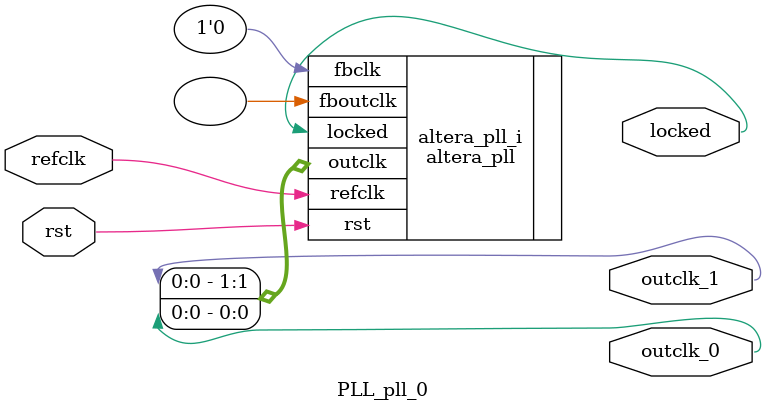
<source format=v>
`timescale 1ns/10ps
module  PLL_pll_0(

	// interface 'refclk'
	input wire refclk,

	// interface 'reset'
	input wire rst,

	// interface 'outclk0'
	output wire outclk_0,

	// interface 'outclk1'
	output wire outclk_1,

	// interface 'locked'
	output wire locked
);

	altera_pll #(
		.fractional_vco_multiplier("false"),
		.reference_clock_frequency("50.0 MHz"),
		.operation_mode("direct"),
		.number_of_clocks(2),
		.output_clock_frequency0("100.000000 MHz"),
		.phase_shift0("0 ps"),
		.duty_cycle0(50),
		.output_clock_frequency1("2.941176 MHz"),
		.phase_shift1("0 ps"),
		.duty_cycle1(50),
		.output_clock_frequency2("0 MHz"),
		.phase_shift2("0 ps"),
		.duty_cycle2(50),
		.output_clock_frequency3("0 MHz"),
		.phase_shift3("0 ps"),
		.duty_cycle3(50),
		.output_clock_frequency4("0 MHz"),
		.phase_shift4("0 ps"),
		.duty_cycle4(50),
		.output_clock_frequency5("0 MHz"),
		.phase_shift5("0 ps"),
		.duty_cycle5(50),
		.output_clock_frequency6("0 MHz"),
		.phase_shift6("0 ps"),
		.duty_cycle6(50),
		.output_clock_frequency7("0 MHz"),
		.phase_shift7("0 ps"),
		.duty_cycle7(50),
		.output_clock_frequency8("0 MHz"),
		.phase_shift8("0 ps"),
		.duty_cycle8(50),
		.output_clock_frequency9("0 MHz"),
		.phase_shift9("0 ps"),
		.duty_cycle9(50),
		.output_clock_frequency10("0 MHz"),
		.phase_shift10("0 ps"),
		.duty_cycle10(50),
		.output_clock_frequency11("0 MHz"),
		.phase_shift11("0 ps"),
		.duty_cycle11(50),
		.output_clock_frequency12("0 MHz"),
		.phase_shift12("0 ps"),
		.duty_cycle12(50),
		.output_clock_frequency13("0 MHz"),
		.phase_shift13("0 ps"),
		.duty_cycle13(50),
		.output_clock_frequency14("0 MHz"),
		.phase_shift14("0 ps"),
		.duty_cycle14(50),
		.output_clock_frequency15("0 MHz"),
		.phase_shift15("0 ps"),
		.duty_cycle15(50),
		.output_clock_frequency16("0 MHz"),
		.phase_shift16("0 ps"),
		.duty_cycle16(50),
		.output_clock_frequency17("0 MHz"),
		.phase_shift17("0 ps"),
		.duty_cycle17(50),
		.pll_type("General"),
		.pll_subtype("General")
	) altera_pll_i (
		.rst	(rst),
		.outclk	({outclk_1, outclk_0}),
		.locked	(locked),
		.fboutclk	( ),
		.fbclk	(1'b0),
		.refclk	(refclk)
	);
endmodule


</source>
